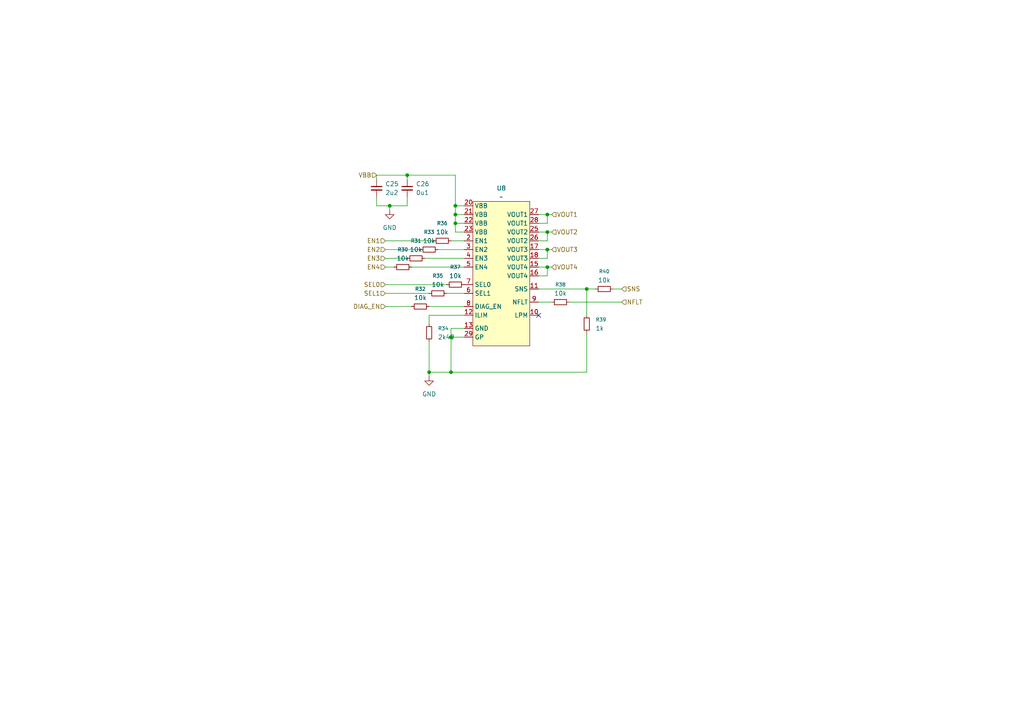
<source format=kicad_sch>
(kicad_sch (version 20250114) (generator "eeschema") (generator_version "9.0")
  (paper "A4")
  (lib_symbols
    (symbol "Device:C_Small" (pin_numbers (hide yes)) (pin_names (offset 0.254) (hide yes))
      (property "Reference" "C" (at 0.254 1.778 0))
      (property "Value" "C_Small" (at 0.254 -2.032 0))
      (symbol "C_Small_0_1"
        (polyline (pts (xy -1.524 0.508) (xy 1.524 0.508)) (stroke (width 0.3048)))
        (polyline (pts (xy -1.524 -0.508) (xy 1.524 -0.508)) (stroke (width 0.3302)))
      )
      (symbol "C_Small_1_1"
        (pin passive line (at 0 2.54 270) (length 2.032) (name "~") (number "1"))
        (pin passive line (at 0 -2.54 90) (length 2.032) (name "~") (number "2"))
      )
    )
    (symbol "Device:R_Small" (pin_numbers (hide yes)) (pin_names (offset 0.254) (hide yes))
      (property "Reference" "R" (at 0 0 90))
      (property "Value" "R_Small" (at 1.778 0 90))
      (symbol "R_Small_0_1"
        (rectangle (start -0.762 1.778) (end 0.762 -1.778) (stroke (width 0.2032)))
      )
      (symbol "R_Small_1_1"
        (pin passive line (at 0 2.54 270) (length 0.762) (name "~") (number "1"))
        (pin passive line (at 0 -2.54 90) (length 0.762) (name "~") (number "2"))
      )
    )
    (symbol "TPS4HC120:TPS4HC120-Q1"
      (property "Reference" "U" (at 0 0 0))
      (symbol "TPS4HC120-Q1_1_1"
        (rectangle (start -6.35 -1.27) (end 10.16 -43.18) (fill (type background)))
        (pin input line (at -8.89 -2.54 0) (length 2.54) (name "VBB") (number "20"))
        (pin input line (at -8.89 -5.08 0) (length 2.54) (name "VBB") (number "21"))
        (pin input line (at -8.89 -7.62 0) (length 2.54) (name "VBB") (number "22"))
        (pin input line (at -8.89 -10.16 0) (length 2.54) (name "VBB") (number "23"))
        (pin input line (at -8.89 -12.7 0) (length 2.54) (name "EN1") (number "2"))
        (pin input line (at -8.89 -15.24 0) (length 2.54) (name "EN2") (number "3"))
        (pin input line (at -8.89 -17.78 0) (length 2.54) (name "EN3") (number "4"))
        (pin input line (at -8.89 -20.32 0) (length 2.54) (name "EN4") (number "5"))
        (pin input line (at -8.89 -25.4 0) (length 2.54) (name "SEL0") (number "7"))
        (pin input line (at -8.89 -27.94 0) (length 2.54) (name "SEL1") (number "6"))
        (pin input line (at -8.89 -31.75 0) (length 2.54) (name "DIAG_EN") (number "8"))
        (pin input line (at -8.89 -34.29 0) (length 2.54) (name "ILIM") (number "12"))
        (pin input line (at -8.89 -38.1 0) (length 2.54) (name "GND") (number "13"))
        (pin input line (at -8.89 -40.64 0) (length 2.54) (name "GP") (number "29"))
        (pin power_in line (at 12.7 -5.08 180) (length 2.54) (name "VOUT1") (number "27"))
        (pin power_in line (at 12.7 -7.62 180) (length 2.54) (name "VOUT1") (number "28"))
        (pin power_out line (at 12.7 -10.16 180) (length 2.54) (name "VOUT2") (number "25"))
        (pin power_out line (at 12.7 -12.7 180) (length 2.54) (name "VOUT2") (number "26"))
        (pin power_out line (at 12.7 -15.24 180) (length 2.54) (name "VOUT3") (number "17"))
        (pin power_out line (at 12.7 -17.78 180) (length 2.54) (name "VOUT3") (number "18"))
        (pin power_out line (at 12.7 -20.32 180) (length 2.54) (name "VOUT4") (number "15"))
        (pin power_out line (at 12.7 -22.86 180) (length 2.54) (name "VOUT4") (number "16"))
        (pin output line (at 12.7 -26.67 180) (length 2.54) (name "SNS") (number "11"))
        (pin output line (at 12.7 -30.48 180) (length 2.54) (name "NFLT") (number "9"))
        (pin output line (at 12.7 -34.29 180) (length 2.54) (name "LPM") (number "10"))
      )
    )
    (symbol "power:GND" (power) (pin_numbers (hide yes)) (pin_names (offset 0) (hide yes))
      (property "Value" "GND" (at 0 -3.81 0))
      (symbol "GND_0_1"
        (polyline (pts (xy 0 0) (xy 0 -1.27) (xy 1.27 -1.27) (xy 0 -2.54) (xy -1.27 -1.27) (xy 0 -1.27)))
      )
      (symbol "GND_1_1"
        (pin power_in line (at 0 0 270) (length 0) (name "~") (number "1"))
      )
    )
  )
  (junction (at 158.75 67.31))
  (junction (at 118.11 50.8))
  (junction (at 132.08 59.69))
  (junction (at 132.08 62.23))
  (junction (at 170.18 83.82))
  (junction (at 158.75 72.39))
  (junction (at 113.03 59.69))
  (junction (at 158.75 77.47))
  (junction (at 130.81 107.95))
  (junction (at 132.08 64.77))
  (junction (at 130.81 97.79))
  (junction (at 124.46 107.95))
  (junction (at 158.75 62.23))
  (no_connect (at 156.21 91.44))
  (wire (pts (xy 129.54 85.09) (xy 134.62 85.09)))
  (wire (pts (xy 132.08 67.31) (xy 132.08 64.77)))
  (wire (pts (xy 111.76 72.39) (xy 121.92 72.39)))
  (wire (pts (xy 111.76 69.85) (xy 125.73 69.85)))
  (wire (pts (xy 158.75 67.31) (xy 160.02 67.31)))
  (wire (pts (xy 118.11 50.8) (xy 109.22 50.8)))
  (wire (pts (xy 170.18 96.52) (xy 170.18 107.95)))
  (wire (pts (xy 109.22 59.69) (xy 113.03 59.69)))
  (wire (pts (xy 156.21 62.23) (xy 158.75 62.23)))
  (wire (pts (xy 132.08 64.77) (xy 134.62 64.77)))
  (wire (pts (xy 111.76 85.09) (xy 124.46 85.09)))
  (wire (pts (xy 170.18 83.82) (xy 172.72 83.82)))
  (wire (pts (xy 123.19 74.93) (xy 134.62 74.93)))
  (wire (pts (xy 156.21 80.01) (xy 158.75 80.01)))
  (wire (pts (xy 124.46 91.44) (xy 124.46 93.98)))
  (wire (pts (xy 124.46 107.95) (xy 130.81 107.95)))
  (wire (pts (xy 111.76 74.93) (xy 118.11 74.93)))
  (wire (pts (xy 156.21 87.63) (xy 160.02 87.63)))
  (wire (pts (xy 156.21 67.31) (xy 158.75 67.31)))
  (wire (pts (xy 130.81 97.79) (xy 130.81 107.95)))
  (wire (pts (xy 158.75 64.77) (xy 158.75 62.23)))
  (wire (pts (xy 134.62 67.31) (xy 132.08 67.31)))
  (wire (pts (xy 158.75 77.47) (xy 160.02 77.47)))
  (wire (pts (xy 134.62 97.79) (xy 130.81 97.79)))
  (wire (pts (xy 165.1 87.63) (xy 180.34 87.63)))
  (wire (pts (xy 134.62 95.25) (xy 130.81 95.25)))
  (wire (pts (xy 156.21 77.47) (xy 158.75 77.47)))
  (wire (pts (xy 132.08 62.23) (xy 132.08 59.69)))
  (wire (pts (xy 124.46 88.9) (xy 134.62 88.9)))
  (wire (pts (xy 109.22 50.8) (xy 109.22 52.07)))
  (wire (pts (xy 132.08 59.69) (xy 132.08 50.8)))
  (wire (pts (xy 130.81 95.25) (xy 130.81 97.79)))
  (wire (pts (xy 132.08 64.77) (xy 132.08 62.23)))
  (wire (pts (xy 118.11 57.15) (xy 118.11 59.69)))
  (wire (pts (xy 158.75 80.01) (xy 158.75 77.47)))
  (wire (pts (xy 111.76 77.47) (xy 114.3 77.47)))
  (wire (pts (xy 124.46 99.06) (xy 124.46 107.95)))
  (wire (pts (xy 156.21 69.85) (xy 158.75 69.85)))
  (wire (pts (xy 158.75 69.85) (xy 158.75 67.31)))
  (wire (pts (xy 132.08 50.8) (xy 118.11 50.8)))
  (wire (pts (xy 156.21 64.77) (xy 158.75 64.77)))
  (wire (pts (xy 124.46 107.95) (xy 124.46 109.22)))
  (wire (pts (xy 170.18 83.82) (xy 170.18 91.44)))
  (wire (pts (xy 158.75 72.39) (xy 160.02 72.39)))
  (wire (pts (xy 130.81 107.95) (xy 170.18 107.95)))
  (wire (pts (xy 111.76 88.9) (xy 119.38 88.9)))
  (wire (pts (xy 132.08 59.69) (xy 134.62 59.69)))
  (wire (pts (xy 177.8 83.82) (xy 180.34 83.82)))
  (wire (pts (xy 158.75 72.39) (xy 158.75 74.93)))
  (wire (pts (xy 124.46 91.44) (xy 134.62 91.44)))
  (wire (pts (xy 119.38 77.47) (xy 134.62 77.47)))
  (wire (pts (xy 156.21 72.39) (xy 158.75 72.39)))
  (wire (pts (xy 118.11 59.69) (xy 113.03 59.69)))
  (wire (pts (xy 113.03 59.69) (xy 113.03 60.96)))
  (wire (pts (xy 156.21 83.82) (xy 170.18 83.82)))
  (wire (pts (xy 111.76 82.55) (xy 129.54 82.55)))
  (wire (pts (xy 109.22 57.15) (xy 109.22 59.69)))
  (wire (pts (xy 158.75 62.23) (xy 160.02 62.23)))
  (wire (pts (xy 132.08 62.23) (xy 134.62 62.23)))
  (wire (pts (xy 118.11 50.8) (xy 118.11 52.07)))
  (wire (pts (xy 127 72.39) (xy 134.62 72.39)))
  (wire (pts (xy 130.81 69.85) (xy 134.62 69.85)))
  (wire (pts (xy 156.21 74.93) (xy 158.75 74.93)))
  (hierarchical_label "VOUT2" (shape input) (at 160.02 67.31 0))
  (hierarchical_label "EN4" (shape input) (at 111.76 77.47 180))
  (hierarchical_label "SEL1" (shape input) (at 111.76 85.09 180))
  (hierarchical_label "SEL0" (shape input) (at 111.76 82.55 180))
  (hierarchical_label "NFLT" (shape input) (at 180.34 87.63 0))
  (hierarchical_label "VOUT1" (shape input) (at 160.02 62.23 0))
  (hierarchical_label "VBB" (shape input) (at 109.22 50.8 180))
  (hierarchical_label "VOUT4" (shape input) (at 160.02 77.47 0))
  (hierarchical_label "DIAG_EN" (shape input) (at 111.76 88.9 180))
  (hierarchical_label "EN1" (shape input) (at 111.76 69.85 180))
  (hierarchical_label "VOUT3" (shape input) (at 160.02 72.39 0))
  (hierarchical_label "EN2" (shape input) (at 111.76 72.39 180))
  (hierarchical_label "EN3" (shape input) (at 111.76 74.93 180))
  (hierarchical_label "SNS" (shape input) (at 180.34 83.82 0))
  (symbol (lib_id "power:GND") (at 113.03 60.96 0) (unit 1)
    (property "Reference" "#PWR012" (effects (hide yes)))
    (property "Value" "GND" (at 113.03 66.04 0))
    (property "Description" "Power symbol creates a global label with name \"GND\" , ground" (effects (hide yes)))
    (instances (project "ZoneECU" (path "" (reference "#PWR016") (unit 1)) (path "" (reference "#PWR012") (unit 1))))
  )
  (symbol (lib_id "Device:C_Small") (at 109.22 54.61 0) (unit 1)
    (property "Reference" "C21" (at 111.76 53.3462 0) (effects (justify left)))
    (property "Value" "2u2" (at 111.76 55.8862 0) (effects (justify left)))
    (property "Footprint" "Capacitor_SMD:C_0603_1608Metric_Pad1.08x0.95mm_HandSolder" (effects (hide yes)))
    (property "Description" "Unpolarized capacitor, small symbol" (effects (hide yes)))
    (instances (project "ZoneECU" (path "" (reference "C25") (unit 1)) (path "" (reference "C21") (unit 1))))
  )
  (symbol (lib_id "Device:R_Small") (at 132.08 82.55 90) (unit 1)
    (property "Reference" "R6" (at 132.08 77.47 90) (effects (font (size 1.016 1.016))))
    (property "Value" "10k" (at 132.08 80.01 90))
    (property "Footprint" "Resistor_SMD:R_0603_1608Metric_Pad0.98x0.95mm_HandSolder" (effects (hide yes)))
    (property "Description" "Resistor, small symbol" (effects (hide yes)))
    (instances (project "ZoneECU" (path "" (reference "R37") (unit 1)) (path "" (reference "R6") (unit 1))))
  )
  (symbol (lib_id "power:GND") (at 124.46 109.22 0) (unit 1)
    (property "Reference" "#PWR011" (effects (hide yes)))
    (property "Value" "GND" (at 124.46 114.3 0))
    (property "Description" "Power symbol creates a global label with name \"GND\" , ground" (effects (hide yes)))
    (instances (project "ZoneECU" (path "" (reference "#PWR017") (unit 1)) (path "" (reference "#PWR011") (unit 1))))
  )
  (symbol (lib_id "Device:R_Small") (at 124.46 72.39 90) (unit 1)
    (property "Reference" "R3" (at 124.46 67.31 90) (effects (font (size 1.016 1.016))))
    (property "Value" "10k" (at 124.46 69.85 90))
    (property "Footprint" "Resistor_SMD:R_0603_1608Metric_Pad0.98x0.95mm_HandSolder" (effects (hide yes)))
    (property "Description" "Resistor, small symbol" (effects (hide yes)))
    (instances (project "ZoneECU" (path "" (reference "R33") (unit 1)) (path "" (reference "R3") (unit 1))))
  )
  (symbol (lib_id "Device:R_Small") (at 128.27 69.85 90) (unit 1)
    (property "Reference" "R2" (at 128.27 64.77 90) (effects (font (size 1.016 1.016))))
    (property "Value" "10k" (at 128.27 67.31 90))
    (property "Footprint" "Resistor_SMD:R_0603_1608Metric_Pad0.98x0.95mm_HandSolder" (effects (hide yes)))
    (property "Description" "Resistor, small symbol" (effects (hide yes)))
    (instances (project "ZoneECU" (path "" (reference "R36") (unit 1)) (path "" (reference "R2") (unit 1))))
  )
  (symbol (lib_id "Device:R_Small") (at 121.92 88.9 90) (unit 1)
    (property "Reference" "R12" (at 121.92 83.82 90) (effects (font (size 1.016 1.016))))
    (property "Value" "10k" (at 121.92 86.36 90))
    (property "Footprint" "Resistor_SMD:R_0603_1608Metric_Pad0.98x0.95mm_HandSolder" (effects (hide yes)))
    (property "Description" "Resistor, small symbol" (effects (hide yes)))
    (instances (project "ZoneECU" (path "" (reference "R32") (unit 1)) (path "" (reference "R12") (unit 1))))
  )
  (symbol (lib_id "Device:R_Small") (at 175.26 83.82 90) (unit 1)
    (property "Reference" "R9" (at 175.26 78.74 90) (effects (font (size 1.016 1.016))))
    (property "Value" "10k" (at 175.26 81.28 90))
    (property "Footprint" "Resistor_SMD:R_0603_1608Metric_Pad0.98x0.95mm_HandSolder" (effects (hide yes)))
    (property "Description" "Resistor, small symbol" (effects (hide yes)))
    (instances (project "ZoneECU" (path "" (reference "R40") (unit 1)) (path "" (reference "R9") (unit 1))))
  )
  (symbol (lib_id "Device:C_Small") (at 118.11 54.61 0) (unit 1)
    (property "Reference" "C22" (at 120.65 53.3462 0) (effects (justify left)))
    (property "Value" "0u1" (at 120.65 55.8862 0) (effects (justify left)))
    (property "Footprint" "Capacitor_SMD:C_0603_1608Metric_Pad1.08x0.95mm_HandSolder" (effects (hide yes)))
    (property "Description" "Unpolarized capacitor, small symbol" (effects (hide yes)))
    (instances (project "ZoneECU" (path "" (reference "C26") (unit 1)) (path "" (reference "C22") (unit 1))))
  )
  (symbol (lib_id "Device:R_Small") (at 170.18 93.98 180) (unit 1)
    (property "Reference" "R11" (at 172.72 92.7099 0) (effects (font (size 1.016 1.016)) (justify right)))
    (property "Value" "1k" (at 172.72 95.2499 0) (effects (justify right)))
    (property "Footprint" "Resistor_SMD:R_0603_1608Metric_Pad0.98x0.95mm_HandSolder" (effects (hide yes)))
    (property "Description" "Resistor, small symbol" (effects (hide yes)))
    (instances (project "ZoneECU" (path "" (reference "R39") (unit 1)) (path "" (reference "R11") (unit 1))))
  )
  (symbol (lib_id "Device:R_Small") (at 124.46 96.52 180) (unit 1)
    (property "Reference" "R10" (at 127 95.2499 0) (effects (font (size 1.016 1.016)) (justify right)))
    (property "Value" "2k49" (at 127 97.7899 0) (effects (justify right)))
    (property "Footprint" "Resistor_SMD:R_0603_1608Metric_Pad0.98x0.95mm_HandSolder" (effects (hide yes)))
    (property "Description" "Resistor, small symbol" (effects (hide yes)))
    (instances (project "ZoneECU" (path "" (reference "R34") (unit 1)) (path "" (reference "R10") (unit 1))))
  )
  (symbol (lib_id "Device:R_Small") (at 116.84 77.47 90) (unit 1)
    (property "Reference" "R5" (at 116.84 72.39 90) (effects (font (size 1.016 1.016))))
    (property "Value" "10k" (at 116.84 74.93 90))
    (property "Footprint" "Resistor_SMD:R_0603_1608Metric_Pad0.98x0.95mm_HandSolder" (effects (hide yes)))
    (property "Description" "Resistor, small symbol" (effects (hide yes)))
    (instances (project "ZoneECU" (path "" (reference "R30") (unit 1)) (path "" (reference "R5") (unit 1))))
  )
  (symbol (lib_id "TPS4HC120:TPS4HC120-Q1") (at 143.51 57.15 0) (unit 1)
    (property "Reference" "U6" (at 145.415 54.61 0))
    (property "Value" "~" (at 145.415 57.15 0))
    (property "Footprint" "HSfootprints:HVSSOP-28-1EP_3x7.1mm_P0.5mm_EP1.57x1.88mm_ThermalVias" (effects (hide yes)))
    (instances (project "ZoneECU" (path "" (reference "U8") (unit 1)) (path "" (reference "U6") (unit 1))))
  )
  (symbol (lib_id "Device:R_Small") (at 127 85.09 90) (unit 1)
    (property "Reference" "R7" (at 127 80.01 90) (effects (font (size 1.016 1.016))))
    (property "Value" "10k" (at 127 82.55 90))
    (property "Footprint" "Resistor_SMD:R_0603_1608Metric_Pad0.98x0.95mm_HandSolder" (effects (hide yes)))
    (property "Description" "Resistor, small symbol" (effects (hide yes)))
    (instances (project "ZoneECU" (path "" (reference "R35") (unit 1)) (path "" (reference "R7") (unit 1))))
  )
  (symbol (lib_id "Device:R_Small") (at 120.65 74.93 90) (unit 1)
    (property "Reference" "R4" (at 120.65 69.85 90) (effects (font (size 1.016 1.016))))
    (property "Value" "10k" (at 120.65 72.39 90))
    (property "Footprint" "Resistor_SMD:R_0603_1608Metric_Pad0.98x0.95mm_HandSolder" (effects (hide yes)))
    (property "Description" "Resistor, small symbol" (effects (hide yes)))
    (instances (project "ZoneECU" (path "" (reference "R31") (unit 1)) (path "" (reference "R4") (unit 1))))
  )
  (symbol (lib_id "Device:R_Small") (at 162.56 87.63 90) (unit 1)
    (property "Reference" "R8" (at 162.56 82.55 90) (effects (font (size 1.016 1.016))))
    (property "Value" "10k" (at 162.56 85.09 90))
    (property "Footprint" "Resistor_SMD:R_0603_1608Metric_Pad0.98x0.95mm_HandSolder" (effects (hide yes)))
    (property "Description" "Resistor, small symbol" (effects (hide yes)))
    (instances (project "ZoneECU" (path "" (reference "R38") (unit 1)) (path "" (reference "R8") (unit 1))))
  )
)
</source>
